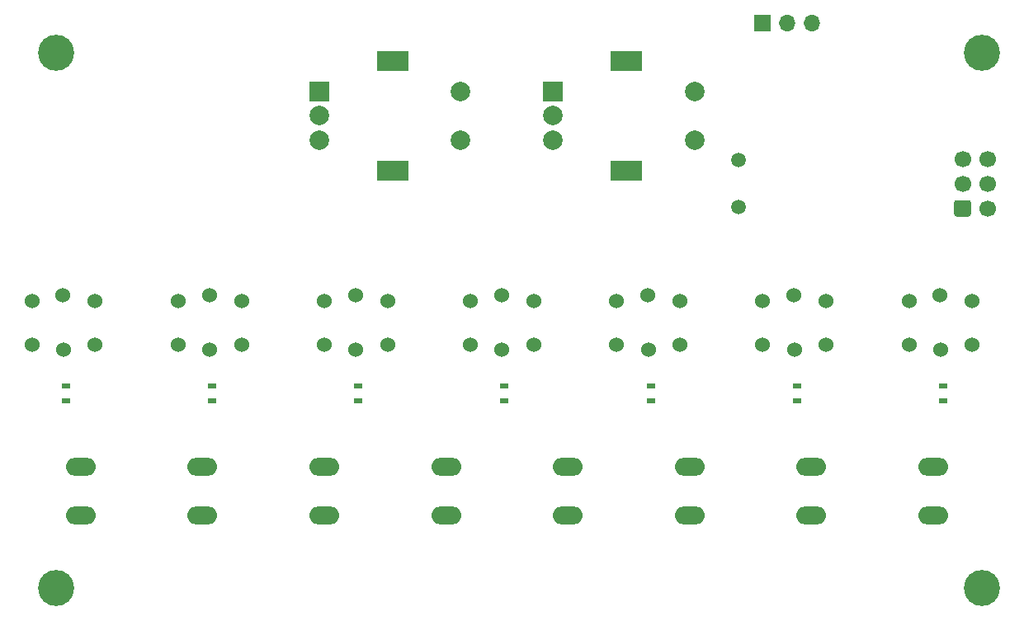
<source format=gbs>
G04 #@! TF.GenerationSoftware,KiCad,Pcbnew,(5.1.9)-1*
G04 #@! TF.CreationDate,2021-04-20T14:37:47+02:00*
G04 #@! TF.ProjectId,light-external-controller,6c696768-742d-4657-9874-65726e616c2d,rev?*
G04 #@! TF.SameCoordinates,Original*
G04 #@! TF.FileFunction,Soldermask,Bot*
G04 #@! TF.FilePolarity,Negative*
%FSLAX46Y46*%
G04 Gerber Fmt 4.6, Leading zero omitted, Abs format (unit mm)*
G04 Created by KiCad (PCBNEW (5.1.9)-1) date 2021-04-20 14:37:47*
%MOMM*%
%LPD*%
G01*
G04 APERTURE LIST*
%ADD10C,1.524000*%
%ADD11C,1.500000*%
%ADD12O,3.048000X1.850000*%
%ADD13R,2.000000X2.000000*%
%ADD14C,2.000000*%
%ADD15R,3.200000X2.000000*%
%ADD16R,0.900000X0.500000*%
%ADD17O,1.700000X1.700000*%
%ADD18R,1.700000X1.700000*%
%ADD19C,1.700000*%
%ADD20C,3.700000*%
G04 APERTURE END LIST*
D10*
X115700000Y-114950000D03*
X115750000Y-120550000D03*
X119000000Y-115500000D03*
X112500000Y-115500000D03*
X119000000Y-120000000D03*
X112500000Y-120000000D03*
D11*
X125000000Y-105880000D03*
X125000000Y-101000000D03*
D12*
X107500000Y-137500000D03*
X107500000Y-132500000D03*
X120000000Y-137500000D03*
X120000000Y-132500000D03*
X57500000Y-137500000D03*
X57500000Y-132500000D03*
X70000000Y-137500000D03*
X70000000Y-132500000D03*
X132500000Y-137500000D03*
X132500000Y-132500000D03*
X145000000Y-137500000D03*
X145000000Y-132500000D03*
X82500000Y-137500000D03*
X82500000Y-132500000D03*
X95000000Y-137500000D03*
X95000000Y-132500000D03*
D10*
X145700000Y-114950000D03*
X145750000Y-120550000D03*
X149000000Y-115500000D03*
X142500000Y-115500000D03*
X149000000Y-120000000D03*
X142500000Y-120000000D03*
X85700000Y-114950000D03*
X85750000Y-120550000D03*
X89000000Y-115500000D03*
X82500000Y-115500000D03*
X89000000Y-120000000D03*
X82500000Y-120000000D03*
X130700000Y-114950000D03*
X130750000Y-120550000D03*
X134000000Y-115500000D03*
X127500000Y-115500000D03*
X134000000Y-120000000D03*
X127500000Y-120000000D03*
X70700000Y-114950000D03*
X70750000Y-120550000D03*
X74000000Y-115500000D03*
X67500000Y-115500000D03*
X74000000Y-120000000D03*
X67500000Y-120000000D03*
X100700000Y-114950000D03*
X100750000Y-120550000D03*
X104000000Y-115500000D03*
X97500000Y-115500000D03*
X104000000Y-120000000D03*
X97500000Y-120000000D03*
X55700000Y-114950000D03*
X55750000Y-120550000D03*
X59000000Y-115500000D03*
X52500000Y-115500000D03*
X59000000Y-120000000D03*
X52500000Y-120000000D03*
D13*
X106000000Y-94000000D03*
D14*
X106000000Y-96500000D03*
X106000000Y-99000000D03*
D15*
X113500000Y-90900000D03*
X113500000Y-102100000D03*
D14*
X120500000Y-94000000D03*
X120500000Y-99000000D03*
D13*
X82000000Y-94000000D03*
D14*
X82000000Y-96500000D03*
X82000000Y-99000000D03*
D15*
X89500000Y-90900000D03*
X89500000Y-102100000D03*
D14*
X96500000Y-94000000D03*
X96500000Y-99000000D03*
D16*
X146000000Y-125750000D03*
X146000000Y-124250000D03*
X86000000Y-125750000D03*
X86000000Y-124250000D03*
X131000000Y-125750000D03*
X131000000Y-124250000D03*
X116000000Y-125750000D03*
X116000000Y-124250000D03*
X71000000Y-125750000D03*
X71000000Y-124250000D03*
X101000000Y-125750000D03*
X101000000Y-124250000D03*
X56000000Y-125750000D03*
X56000000Y-124250000D03*
D17*
X132540000Y-87000000D03*
X130000000Y-87000000D03*
D18*
X127460000Y-87000000D03*
D19*
X150540000Y-100920000D03*
X150540000Y-103460000D03*
X150540000Y-106000000D03*
X148000000Y-100920000D03*
X148000000Y-103460000D03*
G36*
G01*
X147150000Y-106600000D02*
X147150000Y-105400000D01*
G75*
G02*
X147400000Y-105150000I250000J0D01*
G01*
X148600000Y-105150000D01*
G75*
G02*
X148850000Y-105400000I0J-250000D01*
G01*
X148850000Y-106600000D01*
G75*
G02*
X148600000Y-106850000I-250000J0D01*
G01*
X147400000Y-106850000D01*
G75*
G02*
X147150000Y-106600000I0J250000D01*
G01*
G37*
D20*
X55000000Y-90000000D03*
X55000000Y-145000000D03*
X150000000Y-90000000D03*
X150000000Y-145000000D03*
M02*

</source>
